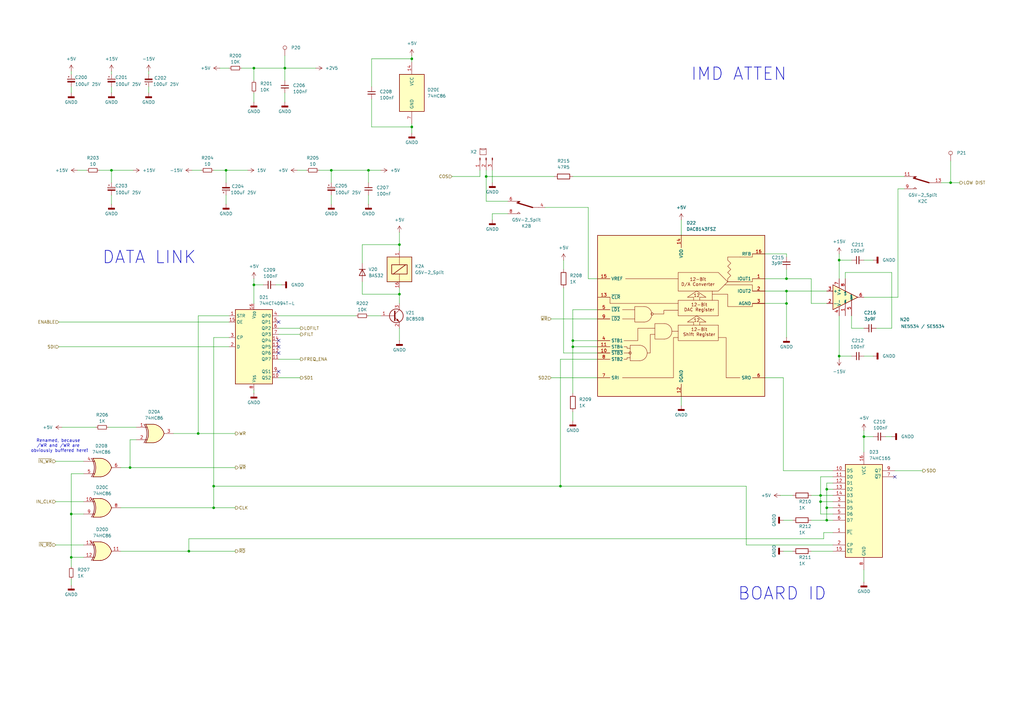
<source format=kicad_sch>
(kicad_sch (version 20250114) (generator "eeschema") (generator_version "9.0")
  (paper "A3")
  (title_block (title "UPL-B1: OUTPUT IMD ATTENUATOR") (date "2025-11-24") (rev "1.0") (company "BVKSound"))
  (lib_symbols
    (symbol "74xx:74HC165"
      (property "Reference" "U" (at -7.62 19.05 0))
      (property "Value" "74HC165" (at -7.62 -21.59 0))
      (symbol "74HC165_1_0"
        (pin input line (at -12.7 15.24 0) (length 5.08) (name "DS") (number "10"))
        (pin input line (at -12.7 12.7 0) (length 5.08) (name "D0") (number "11"))
        (pin input line (at -12.7 10.16 0) (length 5.08) (name "D1") (number "12"))
        (pin input line (at -12.7 7.62 0) (length 5.08) (name "D2") (number "13"))
        (pin input line (at -12.7 5.08 0) (length 5.08) (name "D3") (number "14"))
        (pin input line (at -12.7 2.54 0) (length 5.08) (name "D4") (number "3"))
        (pin input line (at -12.7 0 0) (length 5.08) (name "D5") (number "4"))
        (pin input line (at -12.7 -2.54 0) (length 5.08) (name "D6") (number "5"))
        (pin input line (at -12.7 -5.08 0) (length 5.08) (name "D7") (number "6"))
        (pin input line (at -12.7 -10.16 0) (length 5.08) (name "~{PL}") (number "1"))
        (pin input line (at -12.7 -15.24 0) (length 5.08) (name "CP") (number "2"))
        (pin input line (at -12.7 -17.78 0) (length 5.08) (name "~{CE}") (number "15"))
        (pin power_in line (at 0 22.86 270) (length 5.08) (name "VCC") (number "16"))
        (pin power_in line (at 0 -25.4 90) (length 5.08) (name "GND") (number "8"))
        (pin output line (at 12.7 15.24 180) (length 5.08) (name "Q7") (number "9"))
        (pin output line (at 12.7 12.7 180) (length 5.08) (name "~{Q7}") (number "7"))
      )
    )
    (symbol "74xx:74HC86" (pin_names (offset 1.016))
      (property "Reference" "U" (at 0 1.27 0))
      (property "Value" "74HC86" (at 0 -1.27 0))
      (symbol "74HC86_1_0"
        (pin input line (at -7.62 2.54 0) (length 4.445) (name "~") (number "1"))
        (pin input line (at -7.62 -2.54 0) (length 4.445) (name "~") (number "2"))
        (pin output line (at 7.62 0 180) (length 3.81) (name "~") (number "3"))
      )
      (symbol "74HC86_2_0"
        (pin input line (at -7.62 2.54 0) (length 4.445) (name "~") (number "4"))
        (pin input line (at -7.62 -2.54 0) (length 4.445) (name "~") (number "5"))
        (pin output line (at 7.62 0 180) (length 3.81) (name "~") (number "6"))
      )
      (symbol "74HC86_3_0"
        (pin input line (at -7.62 2.54 0) (length 4.445) (name "~") (number "9"))
        (pin input line (at -7.62 -2.54 0) (length 4.445) (name "~") (number "10"))
        (pin output line (at 7.62 0 180) (length 3.81) (name "~") (number "8"))
      )
      (symbol "74HC86_4_0"
        (pin input line (at -7.62 2.54 0) (length 4.445) (name "~") (number "12"))
        (pin input line (at -7.62 -2.54 0) (length 4.445) (name "~") (number "13"))
        (pin output line (at 7.62 0 180) (length 3.81) (name "~") (number "11"))
      )
      (symbol "74HC86_5_0"
        (pin power_in line (at 0 12.7 270) (length 5.08) (name "VCC") (number "14"))
        (pin power_in line (at 0 -12.7 90) (length 5.08) (name "GND") (number "7"))
      )
    )
    (symbol "Amplifier_Operational:NE5534" (pin_names (offset 0.127))
      (property "Reference" "U" (at 1.27 6.35 0))
      (property "Value" "NE5534" (at 1.27 3.81 0))
      (symbol "NE5534_1_1"
        (pin input line (at -7.62 2.54 0) (length 2.54) (name "+") (number "3"))
        (pin input line (at -7.62 -2.54 0) (length 2.54) (name "-") (number "2"))
        (pin power_in line (at -2.54 7.62 270) (length 3.81) (name "V+") (number "7"))
        (pin power_in line (at -2.54 -7.62 90) (length 3.81) (name "V-") (number "4"))
        (pin input line (at 0 7.62 270) (length 5.08) (name "C/B") (number "8"))
        (pin input line (at 0 -7.62 90) (length 5.08) (name "BAL") (number "1"))
        (pin input line (at 2.54 -7.62 90) (length 6.35) (name "COMP") (number "5"))
        (pin output line (at 7.62 0 180) (length 2.54) (name "~") (number "6"))
      )
    )
    (symbol "Connector:TestPoint" (pin_numbers (hide yes)) (pin_names (offset 0.762) (hide yes))
      (property "Reference" "TP" (at 0 6.858 0))
      (property "Value" "TestPoint" (at 0 5.08 0))
      (symbol "TestPoint_1_1"
        (pin passive line (at 0 0 90) (length 2.54) (name "1") (number "1"))
      )
    )
    (symbol "Device:C_Polarized_Small" (pin_numbers (hide yes)) (pin_names (offset 0.254) (hide yes))
      (property "Reference" "C" (at 0.254 1.778 0))
      (property "Value" "C_Polarized_Small" (at 0.254 -2.032 0))
      (symbol "C_Polarized_Small_1_1"
        (pin passive line (at 0 2.54 270) (length 1.8542) (name "~") (number "1"))
        (pin passive line (at 0 -2.54 90) (length 1.8542) (name "~") (number "2"))
      )
    )
    (symbol "Device:C_Small" (pin_numbers (hide yes)) (pin_names (offset 0.254) (hide yes))
      (property "Reference" "C" (at 0.254 1.778 0))
      (property "Value" "C_Small" (at 0.254 -2.032 0))
      (symbol "C_Small_1_1"
        (pin passive line (at 0 2.54 270) (length 2.032) (name "~") (number "1"))
        (pin passive line (at 0 -2.54 90) (length 2.032) (name "~") (number "2"))
      )
    )
    (symbol "Device:R" (pin_numbers (hide yes)) (pin_names (offset 0))
      (property "Reference" "R" (at 2.032 0 90))
      (property "Value" "R" (at 0 0 90))
      (symbol "R_1_1"
        (pin passive line (at 0 3.81 270) (length 1.27) (name "~") (number "1"))
        (pin passive line (at 0 -3.81 90) (length 1.27) (name "~") (number "2"))
      )
    )
    (symbol "Device:R_Small" (pin_numbers (hide yes)) (pin_names (offset 0.254) (hide yes))
      (property "Reference" "R" (at 0 0 90))
      (property "Value" "R_Small" (at 1.778 0 90))
      (symbol "R_Small_1_1"
        (pin passive line (at 0 2.54 270) (length 0.762) (name "~") (number "1"))
        (pin passive line (at 0 -2.54 90) (length 0.762) (name "~") (number "2"))
      )
    )
    (symbol "Diode:1N4148WT" (pin_numbers (hide yes)) (pin_names (hide yes))
      (property "Reference" "D" (at 0 2.54 0))
      (property "Value" "1N4148WT" (at 0 -2.54 0))
      (symbol "1N4148WT_1_1"
        (pin passive line (at -3.81 0 0) (length 2.54) (name "K") (number "1"))
        (pin passive line (at 3.81 0 180) (length 2.54) (name "A") (number "2"))
      )
    )
    (symbol "Relay:G5V-2_Split"
      (property "Reference" "K" (at 6.35 1.27 0))
      (property "Value" "G5V-2_Split" (at 6.35 -1.27 0))
      (symbol "G5V-2_Split_1_1"
        (pin passive line (at 0 7.62 270) (length 2.54) (name "~") (number "1"))
        (pin passive line (at 0 -7.62 90) (length 2.54) (name "~") (number "16"))
      )
      (symbol "G5V-2_Split_2_1"
        (pin passive line (at -2.54 7.62 270) (length 2.54) (name "~") (number "6"))
        (pin passive line (at 0 -7.62 90) (length 2.54) (name "~") (number "4"))
        (pin passive line (at 2.54 7.62 270) (length 2.54) (name "~") (number "8"))
      )
      (symbol "G5V-2_Split_3_1"
        (pin passive line (at -2.54 7.62 270) (length 2.54) (name "~") (number "11"))
        (pin passive line (at 0 -7.62 90) (length 2.54) (name "~") (number "13"))
        (pin passive line (at 2.54 7.62 270) (length 2.54) (name "~") (number "9"))
      )
    )
    (symbol "Transistor_BJT:BC850" (pin_names (offset 0) (hide yes))
      (property "Reference" "Q" (at 5.08 1.905 0))
      (property "Value" "BC850" (at 5.08 0 0))
      (symbol "BC850_1_1"
        (pin input line (at -5.08 0 0) (length 2.54) (name "B") (number "1"))
        (pin passive line (at 2.54 5.08 270) (length 2.54) (name "C") (number "3"))
        (pin passive line (at 2.54 -5.08 90) (length 2.54) (name "E") (number "2"))
      )
    )
    (symbol "UPL_B1:74HCT4094T-L"
      (property "Reference" "U" (at -6.858 17.018 0))
      (property "Value" "74HCT4094T-L" (at 6.858 16.764 0))
      (symbol "74HCT4094T-L_1_0"
        (pin input line (at -10.16 10.16 0) (length 2.54) (name "OE") (number "15"))
        (pin power_in line (at 0 17.78 270) (length 2.54) (name "V_{DD}") (number "16"))
        (pin power_in line (at 0 -17.78 90) (length 2.54) (name "V_{SS}") (number "8"))
        (pin output line (at 10.16 10.16 180) (length 2.54) (name "QP1") (number "5"))
        (pin output line (at 10.16 7.62 180) (length 2.54) (name "QP2") (number "6"))
        (pin output line (at 10.16 5.08 180) (length 2.54) (name "QP3") (number "7"))
        (pin output line (at 10.16 2.54 180) (length 2.54) (name "QP4") (number "14"))
        (pin output line (at 10.16 0 180) (length 2.54) (name "QP5") (number "13"))
        (pin output line (at 10.16 -2.54 180) (length 2.54) (name "QP6") (number "12"))
        (pin output line (at 10.16 -5.08 180) (length 2.54) (name "QP7") (number "11"))
        (pin output line (at 10.16 -10.16 180) (length 2.54) (name "QS1") (number "9"))
        (pin output line (at 10.16 -12.7 180) (length 2.54) (name "QS2") (number "10"))
      )
      (symbol "74HCT4094T-L_1_1"
        (pin input line (at -10.16 12.7 0) (length 2.54) (name "STR") (number "1"))
        (pin input line (at -10.16 3.81 0) (length 2.54) (name "CP") (number "3"))
        (pin input line (at -10.16 0 0) (length 2.54) (name "D") (number "2"))
        (pin output line (at 10.16 12.7 180) (length 2.54) (name "QP0") (number "4"))
      )
    )
    (symbol "UPL_B1:Conn_01x03_Pin_Bridge" (pin_names (offset 1.016) (hide yes))
      (property "Reference" "J" (at 0 5.08 0))
      (property "Value" "Conn_01x03_Pin_Bridge" (at 0 -5.08 0))
      (symbol "Conn_01x03_Pin_Bridge_1_1"
        (pin passive line (at 5.08 2.54 180) (length 3.81) (name "Pin_1") (number "1"))
        (pin passive line (at 5.08 0 180) (length 3.81) (name "Pin_2") (number "2"))
        (pin passive line (at 5.08 -2.54 180) (length 3.81) (name "Pin_3") (number "3"))
      )
    )
    (symbol "UPL_B1:DAC8143FSZ_"
      (property "Reference" "D" (at 16.51 38.862 0))
      (property "Value" "DAC8143FSZ" (at 0 0 0))
      (symbol "DAC8143FSZ__1_1"
        (text "12" (at 6.35 8.382 0) (effects (font (size 1.27 1.27))))
        (text "12" (at 6.35 -1.778 0) (effects (font (size 1.27 1.27))))
        (text "12-Bit\nD/A Converter" (at 6.858 13.97 0) (effects (font (size 1.27 1.27))))
        (text "12-Bit\nDAC Register" (at 7.366 3.556 0) (effects (font (size 1.27 1.27))))
        (text "12-Bit\nShift Register" (at 7.366 -6.604 0) (effects (font (size 1.27 1.27))))
        (pin input line (at -34.29 15.24 0) (length 5.08) (name "VREF") (number "15"))
        (pin input line (at -34.29 7.62 0) (length 5.08) (name "~{CLR}") (number "13"))
        (pin input line (at -34.29 2.54 0) (length 5.08) (name "~{LD1}") (number "5"))
        (pin input line (at -34.29 -1.27 0) (length 5.08) (name "~{LD2}") (number "9"))
        (pin input line (at -34.29 -10.16 0) (length 5.08) (name "STB1") (number "4"))
        (pin input line (at -34.29 -12.7 0) (length 5.08) (name "STB4") (number "11"))
        (pin input line (at -34.29 -15.24 0) (length 5.08) (name "~{STB3}") (number "10"))
        (pin input line (at -34.29 -17.78 0) (length 5.08) (name "STB2") (number "8"))
        (pin input line (at -34.29 -25.4 0) (length 5.08) (name "SRI") (number "7"))
        (pin power_in line (at 0 33.02 270) (length 5.08) (name "VDD") (number "14"))
        (pin power_in line (at 0 -33.02 90) (length 5.08) (name "DGND") (number "12"))
        (pin bidirectional line (at 34.29 25.4 180) (length 5.08) (name "RFB") (number "16"))
        (pin bidirectional line (at 34.29 15.24 180) (length 5.08) (name "IOUT1") (number "1"))
        (pin bidirectional line (at 34.29 10.16 180) (length 5.08) (name "IOUT2") (number "2"))
        (pin power_in line (at 34.29 5.08 180) (length 5.08) (name "AGND") (number "3"))
        (pin output line (at 34.29 -25.4 180) (length 5.08) (name "SRO") (number "6"))
      )
    )
    (symbol "power:+5V" (power) (pin_numbers (hide yes)) (pin_names (offset 0) (hide yes))
      (property "Value" "+5V" (at 0 3.556 0))
      (symbol "+5V_1_1"
        (pin power_in line (at 0 0 90) (length 0) (name "~") (number "1"))
      )
    )
    (symbol "power:GNDD" (power) (pin_numbers (hide yes)) (pin_names (offset 0) (hide yes))
      (property "Value" "GNDD" (at 0 -3.175 0))
      (symbol "GNDD_1_1"
        (pin power_in line (at 0 0 270) (length 0) (name "~") (number "1"))
      )
    )
  )
  (text "Renamed, because \n/WR and /WR are \nobviously buffered here!" (at 24.384 182.88 0) (effects (font (size 1.27 1.27))))
  (text "IMD ATTEN" (at 303.022 30.48 0) (effects (font (size 5.08 5.08) (thickness 0.254) (bold yes))))
  (text "BOARD ID" (at 320.802 243.586 0) (effects (font (size 5.08 5.08) (thickness 0.254) (bold yes))))
  (text "DATA LINK" (at 61.214 105.664 0) (effects (font (size 5.08 5.08) (thickness 0.254) (bold yes))))
  (junction (at 389.89 74.93))
  (junction (at 339.09 208.28))
  (junction (at 163.83 100.33))
  (junction (at 336.55 203.2))
  (junction (at 199.39 72.39))
  (junction (at 322.58 124.46))
  (junction (at 77.47 226.06))
  (junction (at 29.21 228.6))
  (junction (at 45.72 69.85))
  (junction (at 29.21 210.82))
  (junction (at 322.58 114.3))
  (junction (at 339.09 200.66))
  (junction (at 104.14 116.84))
  (junction (at 339.09 213.36))
  (junction (at 229.87 199.39))
  (junction (at 322.58 119.38))
  (junction (at 168.91 24.13))
  (junction (at 354.33 179.07))
  (junction (at 344.17 106.68))
  (junction (at 168.91 52.07))
  (junction (at 87.63 199.39))
  (junction (at 336.55 205.74))
  (junction (at 234.95 139.7))
  (junction (at 116.84 27.94))
  (junction (at 135.89 69.85))
  (junction (at 81.28 177.8))
  (junction (at 92.71 69.85))
  (junction (at 151.13 69.85))
  (junction (at 163.83 120.65))
  (junction (at 87.63 208.28))
  (junction (at 104.14 27.94))
  (junction (at 234.95 142.24))
  (junction (at 344.17 146.05))
  (junction (at 53.34 191.77))
  (no_connect (at 367.03 195.58))
  (no_connect (at 114.3 142.24))
  (no_connect (at 114.3 132.08))
  (no_connect (at 114.3 144.78))
  (no_connect (at 114.3 139.7))
  (no_connect (at 114.3 152.4))
  (wire (pts (xy 386.08 74.93) (xy 389.89 74.93)))
  (wire (pts (xy 24.13 132.08) (xy 93.98 132.08)))
  (wire (pts (xy 341.63 208.28) (xy 339.09 208.28)))
  (wire (pts (xy 341.63 198.12) (xy 339.09 198.12)))
  (wire (pts (xy 168.91 24.13) (xy 168.91 25.4)))
  (wire (pts (xy 60.96 30.48) (xy 60.96 29.21)))
  (wire (pts (xy 114.3 147.32) (xy 123.19 147.32)))
  (wire (pts (xy 336.55 205.74) (xy 336.55 203.2)))
  (wire (pts (xy 226.06 130.81) (xy 245.11 130.81)))
  (wire (pts (xy 313.69 114.3) (xy 322.58 114.3)))
  (wire (pts (xy 151.13 80.01) (xy 151.13 83.82)))
  (wire (pts (xy 152.4 40.64) (xy 152.4 52.07)))
  (wire (pts (xy 332.74 203.2) (xy 336.55 203.2)))
  (wire (pts (xy 77.47 220.98) (xy 337.82 220.98)))
  (wire (pts (xy 234.95 139.7) (xy 234.95 142.24)))
  (wire (pts (xy 223.52 85.09) (xy 241.3 85.09)))
  (wire (pts (xy 163.83 120.65) (xy 163.83 124.46)))
  (wire (pts (xy 116.84 27.94) (xy 104.14 27.94)))
  (wire (pts (xy 29.21 194.31) (xy 29.21 210.82)))
  (wire (pts (xy 354.33 176.53) (xy 354.33 179.07)))
  (wire (pts (xy 322.58 119.38) (xy 322.58 124.46)))
  (wire (pts (xy 114.3 134.62) (xy 123.19 134.62)))
  (wire (pts (xy 148.59 100.33) (xy 163.83 100.33)))
  (wire (pts (xy 234.95 168.91) (xy 234.95 172.72)))
  (wire (pts (xy 87.63 199.39) (xy 87.63 208.28)))
  (wire (pts (xy 104.14 38.1) (xy 104.14 41.91)))
  (wire (pts (xy 368.3 121.92) (xy 368.3 77.47)))
  (wire (pts (xy 325.12 213.36) (xy 321.31 213.36)))
  (wire (pts (xy 341.63 200.66) (xy 339.09 200.66)))
  (wire (pts (xy 199.39 82.55) (xy 208.28 82.55)))
  (wire (pts (xy 231.14 144.78) (xy 231.14 118.11)))
  (wire (pts (xy 34.29 194.31) (xy 29.21 194.31)))
  (wire (pts (xy 29.21 228.6) (xy 29.21 232.41)))
  (wire (pts (xy 104.14 116.84) (xy 104.14 124.46)))
  (wire (pts (xy 29.21 210.82) (xy 34.29 210.82)))
  (wire (pts (xy 87.63 138.43) (xy 87.63 199.39)))
  (wire (pts (xy 332.74 114.3) (xy 332.74 124.46)))
  (wire (pts (xy 341.63 218.44) (xy 337.82 218.44)))
  (wire (pts (xy 199.39 69.85) (xy 199.39 72.39)))
  (wire (pts (xy 344.17 106.68) (xy 344.17 114.3)))
  (wire (pts (xy 231.14 106.68) (xy 231.14 110.49)))
  (wire (pts (xy 34.29 228.6) (xy 29.21 228.6)))
  (wire (pts (xy 148.59 107.95) (xy 148.59 100.33)))
  (wire (pts (xy 332.74 226.06) (xy 341.63 226.06)))
  (wire (pts (xy 226.06 154.94) (xy 245.11 154.94)))
  (wire (pts (xy 336.55 203.2) (xy 341.63 203.2)))
  (wire (pts (xy 313.69 154.94) (xy 321.31 154.94)))
  (wire (pts (xy 114.3 137.16) (xy 123.19 137.16)))
  (wire (pts (xy 354.33 121.92) (xy 368.3 121.92)))
  (wire (pts (xy 229.87 199.39) (xy 306.07 199.39)))
  (wire (pts (xy 359.41 134.62) (xy 365.76 134.62)))
  (wire (pts (xy 78.74 69.85) (xy 82.55 69.85)))
  (wire (pts (xy 344.17 129.54) (xy 344.17 146.05)))
  (wire (pts (xy 339.09 198.12) (xy 339.09 200.66)))
  (wire (pts (xy 368.3 77.47) (xy 370.84 77.47)))
  (wire (pts (xy 25.4 175.26) (xy 39.37 175.26)))
  (wire (pts (xy 354.33 106.68) (xy 358.14 106.68)))
  (wire (pts (xy 279.4 162.56) (xy 279.4 166.37)))
  (wire (pts (xy 229.87 147.32) (xy 229.87 199.39)))
  (wire (pts (xy 121.92 69.85) (xy 125.73 69.85)))
  (wire (pts (xy 365.76 111.76) (xy 346.71 111.76)))
  (wire (pts (xy 45.72 69.85) (xy 40.64 69.85)))
  (wire (pts (xy 116.84 22.86) (xy 116.84 27.94)))
  (wire (pts (xy 365.76 134.62) (xy 365.76 111.76)))
  (wire (pts (xy 234.95 72.39) (xy 370.84 72.39)))
  (wire (pts (xy 344.17 106.68) (xy 349.25 106.68)))
  (wire (pts (xy 201.93 90.17) (xy 201.93 87.63)))
  (wire (pts (xy 92.71 74.93) (xy 92.71 69.85)))
  (wire (pts (xy 22.86 223.52) (xy 34.29 223.52)))
  (wire (pts (xy 201.93 87.63) (xy 208.28 87.63)))
  (wire (pts (xy 363.22 179.07) (xy 365.76 179.07)))
  (wire (pts (xy 185.42 72.39) (xy 196.85 72.39)))
  (wire (pts (xy 104.14 27.94) (xy 99.06 27.94)))
  (wire (pts (xy 245.11 144.78) (xy 231.14 144.78)))
  (wire (pts (xy 45.72 30.48) (xy 45.72 29.21)))
  (wire (pts (xy 344.17 146.05) (xy 344.17 147.32)))
  (wire (pts (xy 45.72 35.56) (xy 45.72 38.1)))
  (wire (pts (xy 114.3 154.94) (xy 123.19 154.94)))
  (wire (pts (xy 22.86 205.74) (xy 34.29 205.74)))
  (wire (pts (xy 325.12 226.06) (xy 321.31 226.06)))
  (wire (pts (xy 104.14 114.3) (xy 104.14 116.84)))
  (wire (pts (xy 104.14 116.84) (xy 107.95 116.84)))
  (wire (pts (xy 29.21 35.56) (xy 29.21 38.1)))
  (wire (pts (xy 201.93 69.85) (xy 201.93 74.93)))
  (wire (pts (xy 29.21 30.48) (xy 29.21 29.21)))
  (wire (pts (xy 354.33 179.07) (xy 354.33 185.42)))
  (wire (pts (xy 29.21 237.49) (xy 29.21 240.03)))
  (wire (pts (xy 245.11 147.32) (xy 229.87 147.32)))
  (wire (pts (xy 322.58 104.14) (xy 313.69 104.14)))
  (wire (pts (xy 93.98 129.54) (xy 81.28 129.54)))
  (wire (pts (xy 234.95 142.24) (xy 245.11 142.24)))
  (wire (pts (xy 45.72 69.85) (xy 54.61 69.85)))
  (wire (pts (xy 60.96 35.56) (xy 60.96 38.1)))
  (wire (pts (xy 53.34 191.77) (xy 53.34 180.34)))
  (wire (pts (xy 339.09 208.28) (xy 339.09 213.36)))
  (wire (pts (xy 116.84 38.1) (xy 116.84 41.91)))
  (wire (pts (xy 44.45 175.26) (xy 55.88 175.26)))
  (wire (pts (xy 90.17 27.94) (xy 93.98 27.94)))
  (wire (pts (xy 332.74 213.36) (xy 339.09 213.36)))
  (wire (pts (xy 341.63 205.74) (xy 336.55 205.74)))
  (wire (pts (xy 349.25 134.62) (xy 354.33 134.62)))
  (wire (pts (xy 196.85 72.39) (xy 196.85 69.85)))
  (wire (pts (xy 332.74 114.3) (xy 322.58 114.3)))
  (wire (pts (xy 344.17 104.14) (xy 344.17 106.68)))
  (wire (pts (xy 92.71 80.01) (xy 92.71 83.82)))
  (wire (pts (xy 87.63 208.28) (xy 96.52 208.28)))
  (wire (pts (xy 341.63 210.82) (xy 336.55 210.82)))
  (wire (pts (xy 313.69 119.38) (xy 322.58 119.38)))
  (wire (pts (xy 116.84 27.94) (xy 129.54 27.94)))
  (wire (pts (xy 24.13 142.24) (xy 93.98 142.24)))
  (wire (pts (xy 346.71 111.76) (xy 346.71 114.3)))
  (wire (pts (xy 104.14 160.02) (xy 104.14 161.29)))
  (wire (pts (xy 135.89 69.85) (xy 130.81 69.85)))
  (wire (pts (xy 163.83 100.33) (xy 163.83 102.87)))
  (wire (pts (xy 45.72 80.01) (xy 45.72 83.82)))
  (wire (pts (xy 151.13 69.85) (xy 156.21 69.85)))
  (wire (pts (xy 148.59 115.57) (xy 148.59 120.65)))
  (wire (pts (xy 163.83 134.62) (xy 163.83 139.7)))
  (wire (pts (xy 114.3 129.54) (xy 146.05 129.54)))
  (wire (pts (xy 279.4 90.17) (xy 279.4 96.52)))
  (wire (pts (xy 341.63 193.04) (xy 321.31 193.04)))
  (wire (pts (xy 148.59 120.65) (xy 163.83 120.65)))
  (wire (pts (xy 336.55 195.58) (xy 336.55 203.2)))
  (wire (pts (xy 322.58 119.38) (xy 339.09 119.38)))
  (wire (pts (xy 152.4 24.13) (xy 168.91 24.13)))
  (wire (pts (xy 306.07 199.39) (xy 306.07 223.52)))
  (wire (pts (xy 322.58 105.41) (xy 322.58 104.14)))
  (wire (pts (xy 367.03 193.04) (xy 378.46 193.04)))
  (wire (pts (xy 96.52 226.06) (xy 77.47 226.06)))
  (wire (pts (xy 344.17 146.05) (xy 349.25 146.05)))
  (wire (pts (xy 168.91 52.07) (xy 168.91 54.61)))
  (wire (pts (xy 354.33 146.05) (xy 358.14 146.05)))
  (wire (pts (xy 151.13 74.93) (xy 151.13 69.85)))
  (wire (pts (xy 341.63 195.58) (xy 336.55 195.58)))
  (wire (pts (xy 336.55 210.82) (xy 336.55 205.74)))
  (wire (pts (xy 320.04 203.2) (xy 325.12 203.2)))
  (wire (pts (xy 168.91 50.8) (xy 168.91 52.07)))
  (wire (pts (xy 389.89 66.04) (xy 389.89 74.93)))
  (wire (pts (xy 77.47 220.98) (xy 77.47 226.06)))
  (wire (pts (xy 87.63 138.43) (xy 93.98 138.43)))
  (wire (pts (xy 234.95 127) (xy 245.11 127)))
  (wire (pts (xy 92.71 69.85) (xy 101.6 69.85)))
  (wire (pts (xy 313.69 124.46) (xy 322.58 124.46)))
  (wire (pts (xy 349.25 129.54) (xy 349.25 134.62)))
  (wire (pts (xy 322.58 110.49) (xy 322.58 114.3)))
  (wire (pts (xy 354.33 233.68) (xy 354.33 238.76)))
  (wire (pts (xy 163.83 118.11) (xy 163.83 120.65)))
  (wire (pts (xy 332.74 124.46) (xy 339.09 124.46)))
  (wire (pts (xy 322.58 124.46) (xy 322.58 138.43)))
  (wire (pts (xy 241.3 85.09) (xy 241.3 114.3)))
  (wire (pts (xy 337.82 218.44) (xy 337.82 220.98)))
  (wire (pts (xy 92.71 69.85) (xy 87.63 69.85)))
  (wire (pts (xy 49.53 191.77) (xy 53.34 191.77)))
  (wire (pts (xy 199.39 72.39) (xy 227.33 72.39)))
  (wire (pts (xy 151.13 129.54) (xy 156.21 129.54)))
  (wire (pts (xy 152.4 35.56) (xy 152.4 24.13)))
  (wire (pts (xy 49.53 208.28) (xy 87.63 208.28)))
  (wire (pts (xy 341.63 223.52) (xy 306.07 223.52)))
  (wire (pts (xy 245.11 114.3) (xy 241.3 114.3)))
  (wire (pts (xy 113.03 116.84) (xy 115.57 116.84)))
  (wire (pts (xy 339.09 200.66) (xy 339.09 208.28)))
  (wire (pts (xy 135.89 69.85) (xy 151.13 69.85)))
  (wire (pts (xy 22.86 189.23) (xy 34.29 189.23)))
  (wire (pts (xy 81.28 177.8) (xy 96.52 177.8)))
  (wire (pts (xy 45.72 74.93) (xy 45.72 69.85)))
  (wire (pts (xy 199.39 72.39) (xy 199.39 82.55)))
  (wire (pts (xy 234.95 142.24) (xy 234.95 161.29)))
  (wire (pts (xy 321.31 154.94) (xy 321.31 193.04)))
  (wire (pts (xy 163.83 95.25) (xy 163.83 100.33)))
  (wire (pts (xy 104.14 33.02) (xy 104.14 27.94)))
  (wire (pts (xy 389.89 74.93) (xy 393.7 74.93)))
  (wire (pts (xy 87.63 199.39) (xy 229.87 199.39)))
  (wire (pts (xy 354.33 179.07) (xy 358.14 179.07)))
  (wire (pts (xy 234.95 127) (xy 234.95 139.7)))
  (wire (pts (xy 77.47 226.06) (xy 49.53 226.06)))
  (wire (pts (xy 31.75 69.85) (xy 35.56 69.85)))
  (wire (pts (xy 135.89 74.93) (xy 135.89 69.85)))
  (wire (pts (xy 152.4 52.07) (xy 168.91 52.07)))
  (wire (pts (xy 29.21 210.82) (xy 29.21 228.6)))
  (wire (pts (xy 53.34 191.77) (xy 96.52 191.77)))
  (wire (pts (xy 71.12 177.8) (xy 81.28 177.8)))
  (wire (pts (xy 135.89 80.01) (xy 135.89 83.82)))
  (wire (pts (xy 339.09 213.36) (xy 341.63 213.36)))
  (wire (pts (xy 53.34 180.34) (xy 55.88 180.34)))
  (wire (pts (xy 168.91 22.86) (xy 168.91 24.13)))
  (wire (pts (xy 116.84 33.02) (xy 116.84 27.94)))
  (wire (pts (xy 81.28 129.54) (xy 81.28 177.8)))
  (wire (pts (xy 234.95 139.7) (xy 245.11 139.7)))
  (hierarchical_label "LOFILT" (shape output) (at 123.19 134.62 0))
  (hierarchical_label "FREQ_ENA" (shape output) (at 123.19 147.32 0))
  (hierarchical_label "~{IN_WR}" (shape input) (at 22.86 189.23 180))
  (hierarchical_label "CLK" (shape output) (at 96.52 208.28 0))
  (hierarchical_label "~{RD}" (shape output) (at 96.52 226.06 0))
  (hierarchical_label "LOW DIST" (shape output) (at 393.7 74.93 0))
  (hierarchical_label "SDI" (shape input) (at 24.13 142.24 180))
  (hierarchical_label "COS" (shape input) (at 185.42 72.39 180))
  (hierarchical_label "SD2" (shape input) (at 226.06 154.94 180))
  (hierarchical_label "WR" (shape output) (at 96.52 177.8 0))
  (hierarchical_label "SDO" (shape output) (at 378.46 193.04 0))
  (hierarchical_label "SD1" (shape output) (at 123.19 154.94 0))
  (hierarchical_label "~{IN_RD}" (shape input) (at 22.86 223.52 180))
  (hierarchical_label "~{WR}" (shape output) (at 96.52 191.77 0))
  (hierarchical_label "ENABLE" (shape input) (at 24.13 132.08 180))
  (hierarchical_label "FILT" (shape output) (at 123.19 137.16 0))
  (hierarchical_label "IN_CLK" (shape input) (at 22.86 205.74 180))
  (hierarchical_label "~{WR}" (shape input) (at 226.06 130.81 180))
  (symbol (lib_id "power:+5V") (at 60.96 29.21 0) (unit 1)
    (property "Reference" "#PWR0199" (effects (hide yes)))
    (property "Value" "-15V" (at 60.96 24.13 0))
    (property "Description" "Power symbol creates a global label with name \"+5V\"" (effects (hide yes)))
  )
  (symbol (lib_id "power:GNDD") (at 321.31 213.36 270) (mirror x) (unit 1)
    (property "Reference" "#PWR0229" (effects (hide yes)))
    (property "Value" "GNDD" (at 317.5 213.36 0))
    (property "Description" "Power symbol creates a global label with name \"GNDD\" , digital ground" (effects (hide yes)))
  )
  (symbol (lib_id "power:+5V") (at 156.21 69.85 270) (unit 1)
    (property "Reference" "#PWR0213" (effects (hide yes)))
    (property "Value" "+5V" (at 160.02 69.8499 90) (effects (justify left)))
    (property "Description" "Power symbol creates a global label with name \"+5V\"" (effects (hide yes)))
  )
  (symbol (lib_id "74xx:74HC86") (at 63.5 177.8 0) (unit 1)
    (property "Reference" "D20" (at 63.1952 168.91 0))
    (property "Value" "74HC86" (at 63.1952 171.45 0))
    (property "Footprint" "Package_SO:SOIC-14_3.9x8.7mm_P1.27mm" (effects (hide yes)))
    (property "Datasheet" "http://www.ti.com/lit/gpn/sn74HC86" (effects (hide yes)))
    (property "Description" "Quad 2-input XOR" (effects (hide yes)))
  )
  (symbol (lib_id "Diode:1N4148WT") (at 148.59 111.76 270) (unit 1)
    (property "Reference" "V20" (at 151.13 110.4899 90) (effects (justify left)))
    (property "Value" "BAS32" (at 151.13 113.0299 90) (effects (justify left)))
    (property "Footprint" "Diode_SMD:D_SOD-523" (effects (hide yes)))
    (property "Datasheet" "https://www.diodes.com/assets/Datasheets/ds30396.pdf" (effects (hide yes)))
    (property "Description" "75V 0.15A Fast switching Diode, SOD-523" (effects (hide yes)))
    (property "Sim.Device" "D" (effects (hide yes)))
    (property "Sim.Pins" "1=K 2=A" (effects (hide yes)))
  )
  (symbol (lib_id "UPL_B1:Conn_01x03_Pin_Bridge") (at 199.39 64.77 90) (mirror x) (unit 1)
    (property "Reference" "X2" (at 195.58 62.268 90) (effects (justify left)))
    (property "Value" "Conn_01x03_Pin_Bridge" (effects (hide yes)))
    (property "Footprint" "Connector_PinHeader_2.54mm:PinHeader_1x03_P2.54mm_Vertical" (effects (hide yes)))
    (property "Description" "Generic connector, single row, 01x03, script generated" (effects (hide yes)))
  )
  (symbol (lib_id "Device:R") (at 328.93 226.06 90) (unit 1)
    (property "Reference" "R211" (at 327.66 228.5999 90) (effects (justify right)))
    (property "Value" "1K" (at 327.66 231.1399 90) (effects (justify right)))
    (property "Footprint" "Resistor_SMD:R_1206_3216Metric_Pad1.30x1.75mm_HandSolder" (effects (hide yes)))
    (property "Description" "Resistor" (effects (hide yes)))
  )
  (symbol (lib_id "Device:C_Small") (at 360.68 179.07 90) (unit 1)
    (property "Reference" "C210" (at 360.68 172.974 90))
    (property "Value" "100nF" (at 361.188 175.514 90))
    (property "Footprint" "Capacitor_SMD:C_1206_3216Metric_Pad1.33x1.80mm_HandSolder" (effects (hide yes)))
    (property "Description" "Unpolarized capacitor, small symbol" (effects (hide yes)))
  )
  (symbol (lib_id "power:+5V") (at 31.75 69.85 90) (unit 1)
    (property "Reference" "#PWR0205" (effects (hide yes)))
    (property "Value" "+15V" (at 27.94 69.8499 90) (effects (justify left)))
    (property "Description" "Power symbol creates a global label with name \"+5V\"" (effects (hide yes)))
  )
  (symbol (lib_id "Device:C_Small") (at 116.84 35.56 0) (unit 1)
    (property "Reference" "C206" (at 122.682 35.052 0))
    (property "Value" "100nF" (at 123.19 37.592 0))
    (property "Footprint" "Capacitor_SMD:C_1206_3216Metric_Pad1.33x1.80mm_HandSolder" (effects (hide yes)))
    (property "Description" "Unpolarized capacitor, small symbol" (effects (hide yes)))
  )
  (symbol (lib_id "Device:C_Small") (at 351.79 106.68 90) (unit 1)
    (property "Reference" "C211" (at 351.7963 100.33 90))
    (property "Value" "100nF" (at 351.7963 102.87 90))
    (property "Footprint" "Capacitor_SMD:C_1206_3216Metric_Pad1.33x1.80mm_HandSolder" (effects (hide yes)))
    (property "Description" "Unpolarized capacitor, small symbol" (effects (hide yes)))
  )
  (symbol (lib_id "power:GNDD") (at 29.21 240.03 0) (mirror y) (unit 1)
    (property "Reference" "#PWR0194" (effects (hide yes)))
    (property "Value" "GNDD" (at 29.21 243.84 0))
    (property "Description" "Power symbol creates a global label with name \"GNDD\" , digital ground" (effects (hide yes)))
  )
  (symbol (lib_id "power:GNDD") (at 60.96 38.1 0) (mirror y) (unit 1)
    (property "Reference" "#PWR0200" (effects (hide yes)))
    (property "Value" "GNDD" (at 60.96 41.91 0))
    (property "Description" "Power symbol creates a global label with name \"GNDD\" , digital ground" (effects (hide yes)))
  )
  (symbol (lib_id "power:+5V") (at 163.83 95.25 0) (unit 1)
    (property "Reference" "#PWR0189" (effects (hide yes)))
    (property "Value" "+5V" (at 163.83 90.17 0))
    (property "Description" "Power symbol creates a global label with name \"+5V\"" (effects (hide yes)))
  )
  (symbol (lib_id "power:GNDD") (at 104.14 41.91 0) (mirror y) (unit 1)
    (property "Reference" "#PWR0202" (effects (hide yes)))
    (property "Value" "GNDD" (at 104.14 45.72 0))
    (property "Description" "Power symbol creates a global label with name \"GNDD\" , digital ground" (effects (hide yes)))
  )
  (symbol (lib_id "74xx:74HC86") (at 41.91 208.28 0) (mirror x) (unit 3)
    (property "Reference" "D20" (at 41.91 199.898 0))
    (property "Value" "74HC86" (at 41.91 202.438 0))
    (property "Footprint" "Package_SO:SOIC-14_3.9x8.7mm_P1.27mm" (effects (hide yes)))
    (property "Datasheet" "http://www.ti.com/lit/gpn/sn74HC86" (effects (hide yes)))
    (property "Description" "Quad 2-input XOR" (effects (hide yes)))
  )
  (symbol (lib_id "Device:R") (at 328.93 213.36 90) (unit 1)
    (property "Reference" "R212" (at 327.66 215.8999 90) (effects (justify right)))
    (property "Value" "1K" (at 327.66 218.4399 90) (effects (justify right)))
    (property "Footprint" "Resistor_SMD:R_1206_3216Metric_Pad1.30x1.75mm_HandSolder" (effects (hide yes)))
    (property "Description" "Resistor" (effects (hide yes)))
  )
  (symbol (lib_id "Device:C_Polarized_Small") (at 29.21 33.02 0) (unit 1)
    (property "Reference" "C200" (at 33.274 31.75 0))
    (property "Value" "100uF 25V" (at 36.068 34.544 0))
    (property "Footprint" "Capacitor_THT:C_Radial_D6.3mm_H11.0mm_P2.50mm" (effects (hide yes)))
    (property "Description" "Polarized capacitor, small symbol" (effects (hide yes)))
  )
  (symbol (lib_id "power:GNDD") (at 151.13 83.82 0) (mirror y) (unit 1)
    (property "Reference" "#PWR0214" (effects (hide yes)))
    (property "Value" "GNDD" (at 151.13 87.63 0))
    (property "Description" "Power symbol creates a global label with name \"GNDD\" , digital ground" (effects (hide yes)))
  )
  (symbol (lib_id "Device:R") (at 231.14 114.3 180) (unit 1)
    (property "Reference" "R208" (at 233.68 113.0299 0) (effects (justify right)))
    (property "Value" "1K" (at 233.68 115.5699 0) (effects (justify right)))
    (property "Footprint" "Resistor_SMD:R_1206_3216Metric_Pad1.30x1.75mm_HandSolder" (effects (hide yes)))
    (property "Description" "Resistor" (effects (hide yes)))
  )
  (symbol (lib_id "Amplifier_Operational:NE5534") (at 346.71 121.92 0) (unit 1)
    (property "Reference" "N20" (at 371.094 131.064 0))
    (property "Value" "NE5534 / SE5534" (at 378.46 133.858 0))
    (property "Footprint" "Package_SO:SOIC-8_3.9x4.9mm_P1.27mm" (effects (hide yes)))
    (property "Datasheet" "http://www.ti.com/lit/ds/symlink/ne5534.pdf" (effects (hide yes)))
    (property "Description" "Single Low-Noise Operational Amplifiers, DIP-8/SOIC-8" (effects (hide yes)))
  )
  (symbol (lib_id "Device:R_Small") (at 96.52 27.94 90) (unit 1)
    (property "Reference" "R200" (at 96.52 22.86 90))
    (property "Value" "10K" (at 96.52 25.4 90))
    (property "Footprint" "Resistor_SMD:R_1206_3216Metric_Pad1.30x1.75mm_HandSolder" (effects (hide yes)))
    (property "Description" "Resistor, small symbol" (effects (hide yes)))
  )
  (symbol (lib_id "power:+5V") (at 231.14 106.68 0) (unit 1)
    (property "Reference" "#PWR0190" (effects (hide yes)))
    (property "Value" "+5V" (at 231.14 101.6 0))
    (property "Description" "Power symbol creates a global label with name \"+5V\"" (effects (hide yes)))
  )
  (symbol (lib_id "Relay:G5V-2_Split") (at 378.46 74.93 90) (mirror x) (unit 3)
    (property "Reference" "K2" (at 378.46 82.55 90))
    (property "Value" "G5V-2_Split" (at 378.46 80.01 90))
    (property "Footprint" "Relay_THT:Relay_DPDT_Omron_G5V-2" (effects (hide yes)))
    (property "Datasheet" "http://omronfs.omron.com/en_US/ecb/products/pdf/en-g5v_2.pdf" (effects (hide yes)))
    (property "Description" "Relay Miniature Omron DPDT" (effects (hide yes)))
  )
  (symbol (lib_id "power:GNDD") (at 358.14 146.05 90) (unit 1)
    (property "Reference" "#PWR0226" (effects (hide yes)))
    (property "Value" "GNDD" (at 361.95 146.0499 90) (effects (justify right)))
    (property "Description" "Power symbol creates a global label with name \"GNDD\" , digital ground" (effects (hide yes)))
  )
  (symbol (lib_id "Device:R") (at 234.95 165.1 180) (unit 1)
    (property "Reference" "R209" (at 237.49 163.8299 0) (effects (justify right)))
    (property "Value" "1K" (at 237.49 166.3699 0) (effects (justify right)))
    (property "Footprint" "Resistor_SMD:R_1206_3216Metric_Pad1.30x1.75mm_HandSolder" (effects (hide yes)))
    (property "Description" "Resistor" (effects (hide yes)))
  )
  (symbol (lib_id "Relay:G5V-2_Split") (at 163.83 110.49 0) (unit 1)
    (property "Reference" "K2" (at 170.18 109.2199 0) (effects (justify left)))
    (property "Value" "G5V-2_Split" (at 170.18 111.7599 0) (effects (justify left)))
    (property "Footprint" "Relay_THT:Relay_DPDT_Omron_G5V-2" (effects (hide yes)))
    (property "Datasheet" "http://omronfs.omron.com/en_US/ecb/products/pdf/en-g5v_2.pdf" (effects (hide yes)))
    (property "Description" "Relay Miniature Omron DPDT" (effects (hide yes)))
  )
  (symbol (lib_id "Transistor_BJT:BC850") (at 161.29 129.54 0) (unit 1)
    (property "Reference" "V21" (at 166.37 128.2699 0) (effects (justify left)))
    (property "Value" "BC850B" (at 166.37 130.8099 0) (effects (justify left)))
    (property "Footprint" "Package_TO_SOT_SMD:SOT-23" (effects (hide yes)))
    (property "Datasheet" "http://www.infineon.com/dgdl/Infineon-BC847SERIES_BC848SERIES_BC849SERIES_BC850SERIES-DS-v01_01-en.pdf?fileId=db3a304314dca389011541d4630a1657" (effects (hide yes)))
    (property "Description" "0.1A Ic, 45V Vce, NPN Transistor, SOT-23" (effects (hide yes)))
  )
  (symbol (lib_id "power:+5V") (at 101.6 69.85 270) (unit 1)
    (property "Reference" "#PWR0210" (effects (hide yes)))
    (property "Value" "15V" (at 105.41 69.8499 90) (effects (justify left)))
    (property "Description" "Power symbol creates a global label with name \"+5V\"" (effects (hide yes)))
  )
  (symbol (lib_id "power:GNDD") (at 322.58 138.43 0) (mirror y) (unit 1)
    (property "Reference" "#PWR0218" (effects (hide yes)))
    (property "Value" "GNDD" (at 322.58 142.24 0))
    (property "Description" "Power symbol creates a global label with name \"GNDD\" , digital ground" (effects (hide yes)))
  )
  (symbol (lib_id "power:GNDD") (at 358.14 106.68 90) (unit 1)
    (property "Reference" "#PWR0225" (effects (hide yes)))
    (property "Value" "GNDD" (at 361.95 106.6799 90) (effects (justify right)))
    (property "Description" "Power symbol creates a global label with name \"GNDD\" , digital ground" (effects (hide yes)))
  )
  (symbol (lib_id "power:GNDD") (at 168.91 54.61 0) (mirror y) (unit 1)
    (property "Reference" "#PWR0232" (effects (hide yes)))
    (property "Value" "GNDD" (at 168.91 58.42 0))
    (property "Description" "Power symbol creates a global label with name \"GNDD\" , digital ground" (effects (hide yes)))
  )
  (symbol (lib_id "Relay:G5V-2_Split") (at 215.9 85.09 90) (mirror x) (unit 2)
    (property "Reference" "K2" (at 215.9 92.71 90))
    (property "Value" "G5V-2_Split" (at 215.9 90.17 90))
    (property "Footprint" "Relay_THT:Relay_DPDT_Omron_G5V-2" (effects (hide yes)))
    (property "Datasheet" "http://omronfs.omron.com/en_US/ecb/products/pdf/en-g5v_2.pdf" (effects (hide yes)))
    (property "Description" "Relay Miniature Omron DPDT" (effects (hide yes)))
  )
  (symbol (lib_id "Connector:TestPoint") (at 116.84 22.86 0) (unit 1)
    (property "Reference" "P20" (at 119.38 19.5579 0) (effects (justify left)))
    (property "Value" "TestPoint" (effects (hide yes)))
    (property "Footprint" "Connector_PinHeader_1.00mm:PinHeader_1x01_P1.00mm_Vertical" (effects (hide yes)))
    (property "Description" "test point" (effects (hide yes)))
  )
  (symbol (lib_id "Device:R") (at 231.14 72.39 90) (unit 1)
    (property "Reference" "R215" (at 231.14 66.04 90))
    (property "Value" "47R5" (at 231.14 68.58 90))
    (property "Footprint" "Resistor_SMD:R_1206_3216Metric_Pad1.30x1.75mm_HandSolder" (effects (hide yes)))
    (property "Description" "Resistor" (effects (hide yes)))
  )
  (symbol (lib_id "power:GNDD") (at 135.89 83.82 0) (mirror y) (unit 1)
    (property "Reference" "#PWR0212" (effects (hide yes)))
    (property "Value" "GNDD" (at 135.89 87.63 0))
    (property "Description" "Power symbol creates a global label with name \"GNDD\" , digital ground" (effects (hide yes)))
  )
  (symbol (lib_id "UPL_B1:74HCT4094T-L") (at 104.14 142.24 0) (unit 1)
    (property "Reference" "D21" (at 106.2833 121.92 0) (effects (justify left)))
    (property "Value" "74HCT4094T-L" (at 106.2833 124.46 0) (effects (justify left)))
    (property "Footprint" "Package_SO:SOIC-16_3.9x9.9mm_P1.27mm" (effects (hide yes)))
    (property "Datasheet" "https://www.ti.com/lit/ds/symlink/cd74hc4094.pdf" (effects (hide yes)))
    (property "Description" "8-bit serial-in parallel-out shift register, 3..15V" (effects (hide yes)))
  )
  (symbol (lib_id "Device:R_Small") (at 148.59 129.54 90) (unit 1)
    (property "Reference" "R202" (at 148.59 124.46 90))
    (property "Value" "10K" (at 148.59 127 90))
    (property "Footprint" "Resistor_SMD:R_1206_3216Metric_Pad1.30x1.75mm_HandSolder" (effects (hide yes)))
    (property "Description" "Resistor, small symbol" (effects (hide yes)))
  )
  (symbol (lib_id "74xx:74HC165") (at 354.33 208.28 0) (unit 1)
    (property "Reference" "D23" (at 356.4733 185.42 0) (effects (justify left)))
    (property "Value" "74HC165" (at 356.4733 187.96 0) (effects (justify left)))
    (property "Footprint" "Package_SO:SOIC-16_3.9x9.9mm_P1.27mm" (effects (hide yes)))
    (property "Datasheet" "https://assets.nexperia.com/documents/data-sheet/74HC_HCT165.pdf" (effects (hide yes)))
    (property "Description" "Shift Register, 8-bit, Parallel Load" (effects (hide yes)))
  )
  (symbol (lib_id "power:GNDD") (at 234.95 172.72 0) (mirror y) (unit 1)
    (property "Reference" "#PWR0220" (effects (hide yes)))
    (property "Value" "GNDD" (at 234.95 176.53 0))
    (property "Description" "Power symbol creates a global label with name \"GNDD\" , digital ground" (effects (hide yes)))
  )
  (symbol (lib_id "Device:R_Small") (at 38.1 69.85 90) (unit 1)
    (property "Reference" "R203" (at 38.1 64.77 90))
    (property "Value" "10" (at 38.1 67.31 90))
    (property "Footprint" "Resistor_SMD:R_1206_3216Metric_Pad1.30x1.75mm_HandSolder" (effects (hide yes)))
    (property "Description" "Resistor, small symbol" (effects (hide yes)))
  )
  (symbol (lib_id "Device:C_Small") (at 152.4 38.1 0) (unit 1)
    (property "Reference" "C208" (at 158.242 37.592 0))
    (property "Value" "100nF" (at 158.75 40.132 0))
    (property "Footprint" "Capacitor_SMD:C_1206_3216Metric_Pad1.33x1.80mm_HandSolder" (effects (hide yes)))
    (property "Description" "Unpolarized capacitor, small symbol" (effects (hide yes)))
  )
  (symbol (lib_id "Device:C_Polarized_Small") (at 45.72 33.02 0) (unit 1)
    (property "Reference" "C201" (at 49.784 31.75 0))
    (property "Value" "100uF 25V" (at 52.578 34.544 0))
    (property "Footprint" "Capacitor_THT:C_Radial_D6.3mm_H11.0mm_P2.50mm" (effects (hide yes)))
    (property "Description" "Polarized capacitor, small symbol" (effects (hide yes)))
  )
  (symbol (lib_id "power:+5V") (at 320.04 203.2 90) (unit 1)
    (property "Reference" "#PWR0230" (effects (hide yes)))
    (property "Value" "+5V" (at 316.23 203.1999 90) (effects (justify left)))
    (property "Description" "Power symbol creates a global label with name \"+5V\"" (effects (hide yes)))
  )
  (symbol (lib_id "power:+5V") (at 279.4 90.17 0) (unit 1)
    (property "Reference" "#PWR0219" (effects (hide yes)))
    (property "Value" "+5V" (at 279.4 85.09 0))
    (property "Description" "Power symbol creates a global label with name \"+5V\"" (effects (hide yes)))
  )
  (symbol (lib_id "Device:R_Small") (at 85.09 69.85 90) (unit 1)
    (property "Reference" "R204" (at 85.09 64.77 90))
    (property "Value" "10" (at 85.09 67.31 90))
    (property "Footprint" "Resistor_SMD:R_1206_3216Metric_Pad1.30x1.75mm_HandSolder" (effects (hide yes)))
    (property "Description" "Resistor, small symbol" (effects (hide yes)))
  )
  (symbol (lib_id "power:+5V") (at 344.17 104.14 0) (unit 1)
    (property "Reference" "#PWR0223" (effects (hide yes)))
    (property "Value" "+15V" (at 344.17 99.06 0))
    (property "Description" "Power symbol creates a global label with name \"+5V\"" (effects (hide yes)))
  )
  (symbol (lib_id "Device:R_Small") (at 128.27 69.85 90) (unit 1)
    (property "Reference" "R205" (at 128.27 64.77 90))
    (property "Value" "10" (at 128.27 67.31 90))
    (property "Footprint" "Resistor_SMD:R_1206_3216Metric_Pad1.30x1.75mm_HandSolder" (effects (hide yes)))
    (property "Description" "Resistor, small symbol" (effects (hide yes)))
  )
  (symbol (lib_id "Connector:TestPoint") (at 389.89 66.04 0) (unit 1)
    (property "Reference" "P21" (at 392.43 62.7379 0) (effects (justify left)))
    (property "Value" "TestPoint" (effects (hide yes)))
    (property "Footprint" "Connector_PinHeader_1.00mm:PinHeader_1x01_P1.00mm_Vertical" (effects (hide yes)))
    (property "Description" "test point" (effects (hide yes)))
  )
  (symbol (lib_id "power:GNDD") (at 115.57 116.84 90) (mirror x) (unit 1)
    (property "Reference" "#PWR0215" (effects (hide yes)))
    (property "Value" "GNDD" (at 119.38 116.8399 90) (effects (justify right)))
    (property "Description" "Power symbol creates a global label with name \"GNDD\" , digital ground" (effects (hide yes)))
  )
  (symbol (lib_id "Device:C_Small") (at 151.13 77.47 0) (unit 1)
    (property "Reference" "C207" (at 156.972 76.962 0))
    (property "Value" "100nF" (at 157.48 79.502 0))
    (property "Footprint" "Capacitor_SMD:C_1206_3216Metric_Pad1.33x1.80mm_HandSolder" (effects (hide yes)))
    (property "Description" "Unpolarized capacitor, small symbol" (effects (hide yes)))
  )
  (symbol (lib_id "power:GNDD") (at 104.14 161.29 0) (mirror y) (unit 1)
    (property "Reference" "#PWR0195" (effects (hide yes)))
    (property "Value" "GNDD" (at 104.14 165.1 0))
    (property "Description" "Power symbol creates a global label with name \"GNDD\" , digital ground" (effects (hide yes)))
  )
  (symbol (lib_id "power:+5V") (at 25.4 175.26 90) (unit 1)
    (property "Reference" "#PWR0193" (effects (hide yes)))
    (property "Value" "+5V" (at 21.59 175.2599 90) (effects (justify left)))
    (property "Description" "Power symbol creates a global label with name \"+5V\"" (effects (hide yes)))
  )
  (symbol (lib_id "power:+5V") (at 129.54 27.94 270) (unit 1)
    (property "Reference" "#PWR0204" (effects (hide yes)))
    (property "Value" "+2V5" (at 133.35 27.9399 90) (effects (justify left)))
    (property "Description" "Power symbol creates a global label with name \"+5V\"" (effects (hide yes)))
  )
  (symbol (lib_id "power:+5V") (at 168.91 22.86 0) (unit 1)
    (property "Reference" "#PWR0233" (effects (hide yes)))
    (property "Value" "+5V" (at 168.91 17.78 0))
    (property "Description" "Power symbol creates a global label with name \"+5V\"" (effects (hide yes)))
  )
  (symbol (lib_id "power:GNDD") (at 279.4 166.37 0) (mirror y) (unit 1)
    (property "Reference" "#PWR0221" (effects (hide yes)))
    (property "Value" "GNDD" (at 279.4 170.18 0))
    (property "Description" "Power symbol creates a global label with name \"GNDD\" , digital ground" (effects (hide yes)))
  )
  (symbol (lib_id "74xx:74HC86") (at 168.91 38.1 0) (unit 5)
    (property "Reference" "D20" (at 175.26 36.8299 0) (effects (justify left)))
    (property "Value" "74HC86" (at 175.26 39.3699 0) (effects (justify left)))
    (property "Footprint" "Package_SO:SOIC-14_3.9x8.7mm_P1.27mm" (effects (hide yes)))
    (property "Datasheet" "http://www.ti.com/lit/gpn/sn74HC86" (effects (hide yes)))
    (property "Description" "Quad 2-input XOR" (effects (hide yes)))
  )
  (symbol (lib_id "74xx:74HC86") (at 41.91 226.06 0) (mirror x) (unit 4)
    (property "Reference" "D20" (at 41.91 217.17 0))
    (property "Value" "74HC86" (at 41.91 219.71 0))
    (property "Footprint" "Package_SO:SOIC-14_3.9x8.7mm_P1.27mm" (effects (hide yes)))
    (property "Datasheet" "http://www.ti.com/lit/gpn/sn74HC86" (effects (hide yes)))
    (property "Description" "Quad 2-input XOR" (effects (hide yes)))
  )
  (symbol (lib_id "power:GNDD") (at 321.31 226.06 270) (mirror x) (unit 1)
    (property "Reference" "#PWR0231" (effects (hide yes)))
    (property "Value" "GNDD" (at 317.5 226.06 0))
    (property "Description" "Power symbol creates a global label with name \"GNDD\" , digital ground" (effects (hide yes)))
  )
  (symbol (lib_id "Device:C_Polarized_Small") (at 92.71 77.47 0) (mirror x) (unit 1)
    (property "Reference" "C204" (at 97.536 76.454 0))
    (property "Value" "100uF 25V" (at 99.822 78.994 0))
    (property "Footprint" "Capacitor_THT:C_Radial_D6.3mm_H11.0mm_P2.50mm" (effects (hide yes)))
    (property "Description" "Polarized capacitor, small symbol" (effects (hide yes)))
  )
  (symbol (lib_id "Device:C_Polarized_Small") (at 60.96 33.02 0) (mirror x) (unit 1)
    (property "Reference" "C202" (at 65.786 32.004 0))
    (property "Value" "100uF 25V" (at 68.072 34.544 0))
    (property "Footprint" "Capacitor_THT:C_Radial_D6.3mm_H11.0mm_P2.50mm" (effects (hide yes)))
    (property "Description" "Polarized capacitor, small symbol" (effects (hide yes)))
  )
  (symbol (lib_id "power:+5V") (at 121.92 69.85 90) (unit 1)
    (property "Reference" "#PWR0211" (effects (hide yes)))
    (property "Value" "+5V" (at 118.11 69.8499 90) (effects (justify left)))
    (property "Description" "Power symbol creates a global label with name \"+5V\"" (effects (hide yes)))
  )
  (symbol (lib_id "power:+5V") (at 54.61 69.85 270) (unit 1)
    (property "Reference" "#PWR0208" (effects (hide yes)))
    (property "Value" "+15V" (at 58.42 69.8499 90) (effects (justify left)))
    (property "Description" "Power symbol creates a global label with name \"+5V\"" (effects (hide yes)))
  )
  (symbol (lib_id "Device:R_Small") (at 41.91 175.26 90) (unit 1)
    (property "Reference" "R206" (at 41.91 170.18 90))
    (property "Value" "1K" (at 41.91 172.72 90))
    (property "Footprint" "Resistor_SMD:R_1206_3216Metric_Pad1.30x1.75mm_HandSolder" (effects (hide yes)))
    (property "Description" "Resistor, small symbol" (effects (hide yes)))
  )
  (symbol (lib_id "power:+5V") (at 90.17 27.94 90) (unit 1)
    (property "Reference" "#PWR0201" (effects (hide yes)))
    (property "Value" "+5V" (at 86.36 27.9399 90) (effects (justify left)))
    (property "Description" "Power symbol creates a global label with name \"+5V\"" (effects (hide yes)))
  )
  (symbol (lib_id "Device:R_Small") (at 104.14 35.56 0) (unit 1)
    (property "Reference" "R201" (at 106.68 34.2899 0) (effects (justify left)))
    (property "Value" "10K" (at 106.68 36.8299 0) (effects (justify left)))
    (property "Footprint" "Resistor_SMD:R_1206_3216Metric_Pad1.30x1.75mm_HandSolder" (effects (hide yes)))
    (property "Description" "Resistor, small symbol" (effects (hide yes)))
  )
  (symbol (lib_id "UPL_B1:DAC8143FSZ_") (at 279.4 129.54 0) (unit 1)
    (property "Reference" "D22" (at 281.5433 91.44 0) (effects (justify left)))
    (property "Value" "DAC8143FSZ" (at 281.5433 93.98 0) (effects (justify left)))
    (property "Footprint" "Package_SO:SOIC-16W_7.5x10.3mm_P1.27mm" (effects (hide yes)))
    (property "Datasheet" "https://datasheet.datasheetarchive.com/originals/distributors/Datasheets-SFU1/DSASFU10005700.pdf" (effects (hide yes)))
    (property "Description" "DAC8143FSZ, 12 bit-Bit DAC 2.63Msps, SPI, 16-Pin SOIC W" (effects (hide yes)))
  )
  (symbol (lib_id "power:+5V") (at 45.72 29.21 0) (unit 1)
    (property "Reference" "#PWR0197" (effects (hide yes)))
    (property "Value" "+15V" (at 45.72 24.13 0))
    (property "Description" "Power symbol creates a global label with name \"+5V\"" (effects (hide yes)))
  )
  (symbol (lib_id "Device:C_Polarized_Small") (at 45.72 77.47 0) (unit 1)
    (property "Reference" "C203" (at 49.784 76.2 0))
    (property "Value" "100uF 25V" (at 52.578 78.994 0))
    (property "Footprint" "Capacitor_THT:C_Radial_D6.3mm_H11.0mm_P2.50mm" (effects (hide yes)))
    (property "Description" "Polarized capacitor, small symbol" (effects (hide yes)))
  )
  (symbol (lib_id "Device:C_Small") (at 322.58 107.95 180) (unit 1)
    (property "Reference" "C215" (at 319.024 105.664 0))
    (property "Value" "3p9F" (at 318.77 107.9437 0))
    (property "Footprint" "Capacitor_SMD:C_1206_3216Metric_Pad1.33x1.80mm_HandSolder" (effects (hide yes)))
    (property "Description" "Unpolarized capacitor, small symbol" (effects (hide yes)))
  )
  (symbol (lib_id "power:+5V") (at 354.33 176.53 0) (unit 1)
    (property "Reference" "#PWR0222" (effects (hide yes)))
    (property "Value" "+5V" (at 354.33 171.45 0))
    (property "Description" "Power symbol creates a global label with name \"+5V\"" (effects (hide yes)))
  )
  (symbol (lib_id "power:+5V") (at 78.74 69.85 90) (unit 1)
    (property "Reference" "#PWR0207" (effects (hide yes)))
    (property "Value" "-15V" (at 74.93 69.8499 90) (effects (justify left)))
    (property "Description" "Power symbol creates a global label with name \"+5V\"" (effects (hide yes)))
  )
  (symbol (lib_id "Device:C_Small") (at 356.87 134.62 90) (unit 1)
    (property "Reference" "C216" (at 356.8763 128.27 90))
    (property "Value" "3p9F" (at 356.8763 130.81 90))
    (property "Footprint" "Capacitor_SMD:C_1206_3216Metric_Pad1.33x1.80mm_HandSolder" (effects (hide yes)))
    (property "Description" "Unpolarized capacitor, small symbol" (effects (hide yes)))
  )
  (symbol (lib_id "power:+5V") (at 104.14 114.3 0) (unit 1)
    (property "Reference" "#PWR0196" (effects (hide yes)))
    (property "Value" "+5V" (at 104.14 109.22 0))
    (property "Description" "Power symbol creates a global label with name \"+5V\"" (effects (hide yes)))
  )
  (symbol (lib_id "Device:C_Polarized_Small") (at 135.89 77.47 0) (unit 1)
    (property "Reference" "C205" (at 139.954 76.2 0))
    (property "Value" "100uF 25V" (at 142.748 78.994 0))
    (property "Footprint" "Capacitor_THT:C_Radial_D6.3mm_H11.0mm_P2.50mm" (effects (hide yes)))
    (property "Description" "Polarized capacitor, small symbol" (effects (hide yes)))
  )
  (symbol (lib_id "Device:C_Small") (at 110.49 116.84 90) (unit 1)
    (property "Reference" "C209" (at 110.49 110.744 90))
    (property "Value" "100nF" (at 110.998 113.284 90))
    (property "Footprint" "Capacitor_SMD:C_1206_3216Metric_Pad1.33x1.80mm_HandSolder" (effects (hide yes)))
    (property "Description" "Unpolarized capacitor, small symbol" (effects (hide yes)))
  )
  (symbol (lib_id "power:GNDD") (at 45.72 83.82 0) (mirror y) (unit 1)
    (property "Reference" "#PWR0206" (effects (hide yes)))
    (property "Value" "GNDD" (at 45.72 87.63 0))
    (property "Description" "Power symbol creates a global label with name \"GNDD\" , digital ground" (effects (hide yes)))
  )
  (symbol (lib_id "power:+5V") (at 29.21 29.21 0) (unit 1)
    (property "Reference" "#PWR0192" (effects (hide yes)))
    (property "Value" "+5V" (at 29.21 24.13 0))
    (property "Description" "Power symbol creates a global label with name \"+5V\"" (effects (hide yes)))
  )
  (symbol (lib_id "power:GNDD") (at 354.33 238.76 0) (mirror y) (unit 1)
    (property "Reference" "#PWR0228" (effects (hide yes)))
    (property "Value" "GNDD" (at 354.33 242.57 0))
    (property "Description" "Power symbol creates a global label with name \"GNDD\" , digital ground" (effects (hide yes)))
  )
  (symbol (lib_id "74xx:74HC86") (at 41.91 191.77 0) (unit 2)
    (property "Reference" "D20" (at 41.6052 182.88 0))
    (property "Value" "74HC86" (at 41.6052 185.42 0))
    (property "Footprint" "Package_SO:SOIC-14_3.9x8.7mm_P1.27mm" (effects (hide yes)))
    (property "Datasheet" "http://www.ti.com/lit/gpn/sn74HC86" (effects (hide yes)))
    (property "Description" "Quad 2-input XOR" (effects (hide yes)))
  )
  (symbol (lib_id "power:GNDD") (at 365.76 179.07 90) (mirror x) (unit 1)
    (property "Reference" "#PWR0227" (effects (hide yes)))
    (property "Value" "GNDD" (at 369.57 179.0699 90) (effects (justify right)))
    (property "Description" "Power symbol creates a global label with name \"GNDD\" , digital ground" (effects (hide yes)))
  )
  (symbol (lib_id "Device:R_Small") (at 29.21 234.95 180) (unit 1)
    (property "Reference" "R207" (at 31.75 233.6799 0) (effects (justify right)))
    (property "Value" "1K" (at 31.75 236.2199 0) (effects (justify right)))
    (property "Footprint" "Resistor_SMD:R_1206_3216Metric_Pad1.30x1.75mm_HandSolder" (effects (hide yes)))
    (property "Description" "Resistor, small symbol" (effects (hide yes)))
  )
  (symbol (lib_id "power:GNDD") (at 92.71 83.82 0) (mirror y) (unit 1)
    (property "Reference" "#PWR0209" (effects (hide yes)))
    (property "Value" "GNDD" (at 92.71 87.63 0))
    (property "Description" "Power symbol creates a global label with name \"GNDD\" , digital ground" (effects (hide yes)))
  )
  (symbol (lib_id "power:GNDD") (at 201.93 90.17 0) (mirror y) (unit 1)
    (property "Reference" "#PWR0188" (effects (hide yes)))
    (property "Value" "GNDD" (at 201.93 93.98 0))
    (property "Description" "Power symbol creates a global label with name \"GNDD\" , digital ground" (effects (hide yes)))
  )
  (symbol (lib_id "power:GNDD") (at 201.93 74.93 0) (mirror y) (unit 1)
    (property "Reference" "#PWR0217" (effects (hide yes)))
    (property "Value" "GNDD" (at 201.93 78.74 0))
    (property "Description" "Power symbol creates a global label with name \"GNDD\" , digital ground" (effects (hide yes)))
  )
  (symbol (lib_id "power:GNDD") (at 116.84 41.91 0) (mirror y) (unit 1)
    (property "Reference" "#PWR0203" (effects (hide yes)))
    (property "Value" "GNDD" (at 116.84 45.72 0))
    (property "Description" "Power symbol creates a global label with name \"GNDD\" , digital ground" (effects (hide yes)))
  )
  (symbol (lib_id "Device:R") (at 328.93 203.2 90) (unit 1)
    (property "Reference" "R210" (at 327.66 205.7399 90) (effects (justify right)))
    (property "Value" "1K" (at 327.66 208.2799 90) (effects (justify right)))
    (property "Footprint" "Resistor_SMD:R_1206_3216Metric_Pad1.30x1.75mm_HandSolder" (effects (hide yes)))
    (property "Description" "Resistor" (effects (hide yes)))
  )
  (symbol (lib_id "power:+5V") (at 344.17 147.32 180) (unit 1)
    (property "Reference" "#PWR0224" (effects (hide yes)))
    (property "Value" "-15V" (at 344.17 152.4 0))
    (property "Description" "Power symbol creates a global label with name \"+5V\"" (effects (hide yes)))
  )
  (symbol (lib_id "power:GNDD") (at 45.72 38.1 0) (mirror y) (unit 1)
    (property "Reference" "#PWR0198" (effects (hide yes)))
    (property "Value" "GNDD" (at 45.72 41.91 0))
    (property "Description" "Power symbol creates a global label with name \"GNDD\" , digital ground" (effects (hide yes)))
  )
  (symbol (lib_id "power:GNDD") (at 29.21 38.1 0) (mirror y) (unit 1)
    (property "Reference" "#PWR0191" (effects (hide yes)))
    (property "Value" "GNDD" (at 29.21 41.91 0))
    (property "Description" "Power symbol creates a global label with name \"GNDD\" , digital ground" (effects (hide yes)))
  )
  (symbol (lib_id "Device:C_Small") (at 351.79 146.05 90) (unit 1)
    (property "Reference" "C212" (at 351.7963 139.7 90))
    (property "Value" "100nF" (at 351.7963 142.24 90))
    (property "Footprint" "Capacitor_SMD:C_1206_3216Metric_Pad1.33x1.80mm_HandSolder" (effects (hide yes)))
    (property "Description" "Unpolarized capacitor, small symbol" (effects (hide yes)))
  )
  (symbol (lib_id "power:GNDD") (at 163.83 139.7 0) (mirror y) (unit 1)
    (property "Reference" "#PWR0216" (effects (hide yes)))
    (property "Value" "GNDD" (at 163.83 143.51 0))
    (property "Description" "Power symbol creates a global label with name \"GNDD\" , digital ground" (effects (hide yes)))
  )
)
</source>
